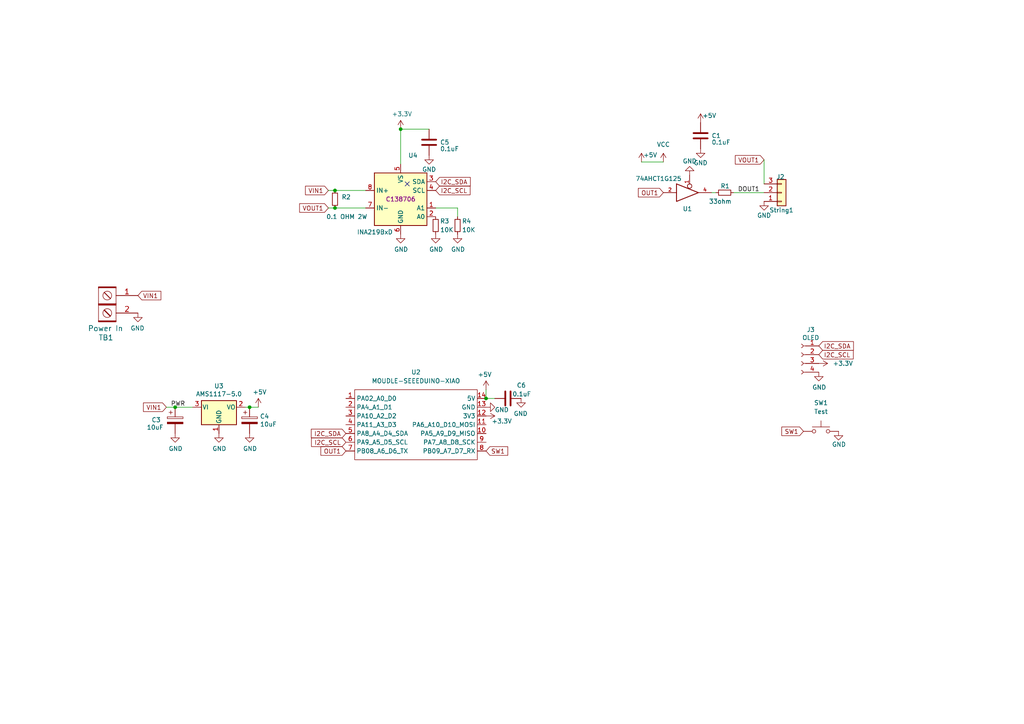
<source format=kicad_sch>
(kicad_sch (version 20231120) (generator "eeschema") (generator_version "8.0")
  (paper "A4")
  (title_block (title "RP2040 Count") (date "2024-02-11") (rev "v2"))
  (lib_symbols
    (symbol "74xGxx:74AHCT1G125" (pin_names (offset 1.016))
      (property "Reference" "U" (at -2.54 3.81 0))
      (property "Value" "74AHCT1G125" (at 0 -3.81 0))
      (symbol "74AHCT1G125_0_1"
        (polyline (pts (xy -3.81 2.54) (xy -3.81 -2.54) (xy 2.54 0) (xy -3.81 2.54)) (stroke (width 0.254)))
      )
      (symbol "74AHCT1G125_1_1"
        (pin input inverted (at 0 5.08 270) (length 3.81) (name "~") (number "1"))
        (pin input line (at -7.62 0 0) (length 3.81) (name "~") (number "2"))
        (pin power_in line (at 1.27 -1.27 270) (length 0) hide (name "GND") (number "3"))
        (pin tri_state line (at 6.35 0 180) (length 3.81) (name "~") (number "4"))
        (pin power_in line (at 1.27 1.27 90) (length 0) hide (name "VCC") (number "5"))
      )
    )
    (symbol "Barrier_Blocks:BARRIER_BLOCK_1ROW_2POS" (pin_names (offset 1.016) hide)
      (property "Reference" "TB" (at 0.127 -6.731 0))
      (property "Value" "Barrier_Blocks_BARRIER_BLOCK_1ROW_2POS" (at 0.254 6.35 0))
      (symbol "BARRIER_BLOCK_1ROW_2POS_0_1"
        (rectangle (start -2.54 5.08) (end 2.54 -5.08))
        (circle (center 0 -2.54) (radius 1.27))
        (polyline (pts (xy -2.54 -4.699) (xy -2.54 -5.08) (xy 2.54 -5.08) (xy 2.54 -4.699)) (fill (type outline)))
        (polyline (pts (xy -2.54 0.254) (xy -2.54 -0.254) (xy 2.54 -0.254) (xy 2.54 0.254)) (fill (type outline)))
        (polyline (pts (xy -2.54 4.699) (xy -2.54 5.08) (xy 2.54 5.08) (xy 2.54 4.699)) (fill (type outline)))
        (polyline (pts (xy -0.8382 -3.5052) (xy -0.9652 -3.3782) (xy 0.8128 -1.6002) (xy 0.9652 -1.7018) (xy -0.8382 -3.5052)) (fill (type outline)))
        (polyline (pts (xy -0.8382 1.5748) (xy -0.9652 1.6764) (xy -0.0508 2.5908) (xy 0.8382 3.4798) (xy 0.9652 3.3528) (xy 0.9652 3.3528)) (fill (type outline)))
        (circle (center 0 2.54) (radius 1.27))
      )
      (symbol "BARRIER_BLOCK_1ROW_2POS_1_1"
        (pin passive line (at -8.89 2.54 0) (length 6.35) (name "P1") (number "1"))
        (pin passive line (at -8.89 -2.54 0) (length 6.35) (name "P2") (number "2"))
      )
    )
    (symbol "Connector:Conn_01x04_Female" (pin_names (offset 1.016) hide)
      (property "Reference" "J" (at 0 5.08 0))
      (property "Value" "Conn_01x04_Female" (at 0 -7.62 0))
      (symbol "Conn_01x04_Female_1_1"
        (arc (start 0 -4.572) (mid -0.5058 -5.08) (end 0 -5.588) (stroke (width 0.1524)))
        (arc (start 0 -2.032) (mid -0.5058 -2.54) (end 0 -3.048) (stroke (width 0.1524)))
        (polyline (pts (xy -1.27 -5.08) (xy -0.508 -5.08)) (stroke (width 0.1524)))
        (polyline (pts (xy -1.27 -2.54) (xy -0.508 -2.54)) (stroke (width 0.1524)))
        (polyline (pts (xy -1.27 0) (xy -0.508 0)) (stroke (width 0.1524)))
        (polyline (pts (xy -1.27 2.54) (xy -0.508 2.54)) (stroke (width 0.1524)))
        (arc (start 0 0.508) (mid -0.5058 0) (end 0 -0.508) (stroke (width 0.1524)))
        (arc (start 0 3.048) (mid -0.5058 2.54) (end 0 2.032) (stroke (width 0.1524)))
        (pin passive line (at -5.08 2.54 0) (length 3.81) (name "Pin_1") (number "1"))
        (pin passive line (at -5.08 0 0) (length 3.81) (name "Pin_2") (number "2"))
        (pin passive line (at -5.08 -2.54 0) (length 3.81) (name "Pin_3") (number "3"))
        (pin passive line (at -5.08 -5.08 0) (length 3.81) (name "Pin_4") (number "4"))
      )
    )
    (symbol "Connector_Generic:Conn_01x03" (pin_names (offset 1.016) hide)
      (property "Reference" "J" (at 0 5.08 0))
      (property "Value" "Conn_01x03" (at 0 -5.08 0))
      (symbol "Conn_01x03_1_1"
        (rectangle (start -1.27 -2.413) (end 0 -2.667) (stroke (width 0.1524)))
        (rectangle (start -1.27 0.127) (end 0 -0.127) (stroke (width 0.1524)))
        (rectangle (start -1.27 2.667) (end 0 2.413) (stroke (width 0.1524)))
        (rectangle (start -1.27 3.81) (end 1.27 -3.81) (stroke (width 0.254)) (fill (type background)))
        (pin passive line (at -5.08 2.54 0) (length 3.81) (name "Pin_1") (number "1"))
        (pin passive line (at -5.08 0 0) (length 3.81) (name "Pin_2") (number "2"))
        (pin passive line (at -5.08 -2.54 0) (length 3.81) (name "Pin_3") (number "3"))
      )
    )
    (symbol "Device:C" (pin_numbers hide) (pin_names (offset 0.254))
      (property "Reference" "C" (at 0.635 2.54 0))
      (property "Value" "C" (at 0.635 -2.54 0))
      (symbol "C_0_1"
        (polyline (pts (xy -2.032 -0.762) (xy 2.032 -0.762)) (stroke (width 0.508)))
        (polyline (pts (xy -2.032 0.762) (xy 2.032 0.762)) (stroke (width 0.508)))
      )
      (symbol "C_1_1"
        (pin passive line (at 0 3.81 270) (length 2.794) (name "~") (number "1"))
        (pin passive line (at 0 -3.81 90) (length 2.794) (name "~") (number "2"))
      )
    )
    (symbol "Device:CP" (pin_numbers hide) (pin_names (offset 0.254))
      (property "Reference" "C" (at 0.635 2.54 0))
      (property "Value" "Device_CP" (at 0.635 -2.54 0))
      (symbol "CP_0_1"
        (rectangle (start -2.286 0.508) (end 2.286 1.016))
        (polyline (pts (xy -1.778 2.286) (xy -0.762 2.286)))
        (polyline (pts (xy -1.27 2.794) (xy -1.27 1.778)))
        (rectangle (start 2.286 -0.508) (end -2.286 -1.016) (fill (type outline)))
      )
      (symbol "CP_1_1"
        (pin passive line (at 0 3.81 270) (length 2.794) (name "~") (number "1"))
        (pin passive line (at 0 -3.81 90) (length 2.794) (name "~") (number "2"))
      )
    )
    (symbol "Device:R_Small" (pin_numbers hide) (pin_names (offset 0.254) hide)
      (property "Reference" "R" (at 0.762 0.508 0))
      (property "Value" "R_Small" (at 0.762 -1.016 0))
      (symbol "R_Small_0_1"
        (rectangle (start -0.762 1.778) (end 0.762 -1.778) (stroke (width 0.2032)))
      )
      (symbol "R_Small_1_1"
        (pin passive line (at 0 2.54 270) (length 0.762) (name "~") (number "1"))
        (pin passive line (at 0 -2.54 90) (length 0.762) (name "~") (number "2"))
      )
    )
    (symbol "MOUDLE-SEEEDUINO-XIAO:MOUDLE-SEEEDUINO-XIAO"
      (property "Reference" "U" (at -16.51 11.43 0))
      (property "Value" "MOUDLE-SEEEDUINO-XIAO" (at -3.81 -11.43 0))
      (symbol "MOUDLE-SEEEDUINO-XIAO_0_1"
        (rectangle (start -16.51 10.16) (end 19.05 -10.16))
      )
      (symbol "MOUDLE-SEEEDUINO-XIAO_1_1"
        (pin passive line (at -19.05 7.62 0) (length 2.54) (name "PA02_A0_D0") (number "1"))
        (pin passive line (at 21.59 -2.54 180) (length 2.54) (name "PA5_A9_D9_MISO") (number "10"))
        (pin passive line (at 21.59 0 180) (length 2.54) (name "PA6_A10_D10_MOSI") (number "11"))
        (pin passive line (at 21.59 2.54 180) (length 2.54) (name "3V3") (number "12"))
        (pin passive line (at 21.59 5.08 180) (length 2.54) (name "GND") (number "13"))
        (pin passive line (at 21.59 7.62 180) (length 2.54) (name "5V") (number "14"))
        (pin passive line (at -19.05 5.08 0) (length 2.54) (name "PA4_A1_D1") (number "2"))
        (pin passive line (at -19.05 2.54 0) (length 2.54) (name "PA10_A2_D2") (number "3"))
        (pin passive line (at -19.05 0 0) (length 2.54) (name "PA11_A3_D3") (number "4"))
        (pin passive line (at -19.05 -2.54 0) (length 2.54) (name "PA8_A4_D4_SDA") (number "5"))
        (pin passive line (at -19.05 -5.08 0) (length 2.54) (name "PA9_A5_D5_SCL") (number "6"))
        (pin passive line (at -19.05 -7.62 0) (length 2.54) (name "PB08_A6_D6_TX") (number "7"))
        (pin passive line (at 21.59 -7.62 180) (length 2.54) (name "PB09_A7_D7_RX") (number "8"))
        (pin passive line (at 21.59 -5.08 180) (length 2.54) (name "PA7_A8_D8_SCK") (number "9"))
      )
    )
    (symbol "Regulator_Linear:AMS1117-5.0" (pin_names (offset 0.254))
      (property "Reference" "U" (at -3.81 3.175 0))
      (property "Value" "AMS1117-5.0" (at 0 3.175 0))
      (symbol "AMS1117-5.0_0_1"
        (rectangle (start -5.08 -5.08) (end 5.08 1.905) (stroke (width 0.254)) (fill (type background)))
      )
      (symbol "AMS1117-5.0_1_1"
        (pin power_in line (at 0 -7.62 90) (length 2.54) (name "GND") (number "1"))
        (pin power_out line (at 7.62 0 180) (length 2.54) (name "VO") (number "2"))
        (pin power_in line (at -7.62 0 0) (length 2.54) (name "VI") (number "3"))
      )
    )
    (symbol "Sensor_Energy:INA219BxD"
      (property "Reference" "U" (at -6.35 8.89 0))
      (property "Value" "INA219BxD" (at 5.08 8.89 0))
      (symbol "INA219BxD_0_1"
        (rectangle (start -7.62 7.62) (end 7.62 -7.62) (stroke (width 0.254)) (fill (type background)))
      )
      (symbol "INA219BxD_1_1"
        (pin input line (at 10.16 -2.54 180) (length 2.54) (name "A1") (number "1"))
        (pin input line (at 10.16 -5.08 180) (length 2.54) (name "A0") (number "2"))
        (pin bidirectional line (at 10.16 5.08 180) (length 2.54) (name "SDA") (number "3"))
        (pin input line (at 10.16 2.54 180) (length 2.54) (name "SCL") (number "4"))
        (pin power_in line (at 0 10.16 270) (length 2.54) (name "VS") (number "5"))
        (pin power_in line (at 0 -10.16 90) (length 2.54) (name "GND") (number "6"))
        (pin input line (at -10.16 -2.54 0) (length 2.54) (name "IN-") (number "7"))
        (pin input line (at -10.16 2.54 0) (length 2.54) (name "IN+") (number "8"))
      )
    )
    (symbol "Switch:SW_Push" (pin_numbers hide) (pin_names (offset 1.016) hide)
      (property "Reference" "SW" (at 1.27 2.54 0))
      (property "Value" "SW_Push" (at 0 -1.524 0))
      (symbol "SW_Push_0_1"
        (circle (center -2.032 0) (radius 0.508))
        (polyline (pts (xy 0 1.27) (xy 0 3.048)))
        (polyline (pts (xy 2.54 1.27) (xy -2.54 1.27)))
        (circle (center 2.032 0) (radius 0.508))
        (pin passive line (at -5.08 0 0) (length 2.54) (name "1") (number "1"))
        (pin passive line (at 5.08 0 180) (length 2.54) (name "2") (number "2"))
      )
    )
    (symbol "power:+3.3V" (power) (pin_names (offset 0))
      (property "Value" "+3.3V" (at 0 3.556 0))
      (symbol "+3.3V_0_1"
        (polyline (pts (xy -0.762 1.27) (xy 0 2.54)))
        (polyline (pts (xy 0 0) (xy 0 2.54)))
        (polyline (pts (xy 0 2.54) (xy 0.762 1.27)))
      )
      (symbol "+3.3V_1_1"
        (pin power_in line (at 0 0 90) (length 0) hide (name "+3.3V") (number "1"))
      )
    )
    (symbol "power:+5V" (power) (pin_names (offset 0))
      (property "Value" "+5V" (at 0 3.556 0))
      (symbol "+5V_0_1"
        (polyline (pts (xy -0.762 1.27) (xy 0 2.54)))
        (polyline (pts (xy 0 0) (xy 0 2.54)))
        (polyline (pts (xy 0 2.54) (xy 0.762 1.27)))
      )
      (symbol "+5V_1_1"
        (pin power_in line (at 0 0 90) (length 0) hide (name "+5V") (number "1"))
      )
    )
    (symbol "power:GND" (power) (pin_names (offset 0))
      (property "Value" "GND" (at 0 -3.81 0))
      (symbol "GND_0_1"
        (polyline (pts (xy 0 0) (xy 0 -1.27) (xy 1.27 -1.27) (xy 0 -2.54) (xy -1.27 -1.27) (xy 0 -1.27)))
      )
      (symbol "GND_1_1"
        (pin power_in line (at 0 0 270) (length 0) hide (name "GND") (number "1"))
      )
    )
    (symbol "power:VCC" (power) (pin_names (offset 0))
      (property "Value" "VCC" (at 0 3.81 0))
      (symbol "VCC_0_1"
        (polyline (pts (xy -0.762 1.27) (xy 0 2.54)))
        (polyline (pts (xy 0 0) (xy 0 2.54)))
        (polyline (pts (xy 0 2.54) (xy 0.762 1.27)))
      )
      (symbol "VCC_1_1"
        (pin power_in line (at 0 0 90) (length 0) hide (name "VCC") (number "1"))
      )
    )
  )
  (junction (at 50.8 118.11))
  (junction (at 97.155 55.245))
  (junction (at 116.205 37.465))
  (junction (at 140.97 115.57))
  (junction (at 97.155 60.325))
  (junction (at 72.39 118.11))
  (no_connect (at 118.11 53.34))
  (wire (pts (xy 140.97 113.03) (xy 140.97 115.57)))
  (wire (pts (xy 143.51 115.57) (xy 140.97 115.57)))
  (wire (pts (xy 116.205 37.465) (xy 116.205 47.625)))
  (wire (pts (xy 206.375 55.88) (xy 207.645 55.88)))
  (wire (pts (xy 97.155 60.325) (xy 106.045 60.325)))
  (wire (pts (xy 116.205 37.465) (xy 124.46 37.465)))
  (wire (pts (xy 71.12 118.11) (xy 72.39 118.11)))
  (wire (pts (xy 126.365 60.325) (xy 132.715 60.325)))
  (wire (pts (xy 212.725 55.88) (xy 221.615 55.88)))
  (wire (pts (xy 97.155 55.245) (xy 106.045 55.245)))
  (wire (pts (xy 132.715 60.325) (xy 132.715 62.865)))
  (wire (pts (xy 186.055 46.99) (xy 192.405 46.99)))
  (wire (pts (xy 72.39 118.11) (xy 74.93 118.11)))
  (wire (pts (xy 95.25 55.245) (xy 97.155 55.245)))
  (wire (pts (xy 55.88 118.11) (xy 50.8 118.11)))
  (wire (pts (xy 95.25 60.325) (xy 97.155 60.325)))
  (wire (pts (xy 221.615 46.355) (xy 221.615 53.34)))
  (wire (pts (xy 50.8 118.11) (xy 48.26 118.11)))
  (label "DOUT1" (at 213.995 55.88 0))
  (label "PWR" (at 49.53 118.11 0))
  (global_label "VIN1" (shape input) (at 40.005 85.725 0) (property "Intersheetrefs" "${INTERSHEET_REFS}" (effects (hide yes))))
  (global_label "VIN1" (shape input) (at 95.25 55.245 180) (property "Intersheetrefs" "${INTERSHEET_REFS}" (effects (hide yes))))
  (global_label "VIN1" (shape input) (at 48.26 118.11 180) (property "Intersheetrefs" "${INTERSHEET_REFS}" (effects (hide yes))))
  (global_label "I2C_SCL" (shape input) (at 237.49 102.87 0) (property "Intersheetrefs" "${INTERSHEET_REFS}" (effects (hide yes))))
  (global_label "SW1" (shape input) (at 233.045 125.095 180) (property "Intersheetrefs" "${INTERSHEET_REFS}" (effects (hide yes))))
  (global_label "I2C_SCL" (shape input) (at 126.365 55.245 0) (property "Intersheetrefs" "${INTERSHEET_REFS}" (effects (hide yes))))
  (global_label "VOUT1" (shape input) (at 221.615 46.355 180) (property "Intersheetrefs" "${INTERSHEET_REFS}" (effects (hide yes))))
  (global_label "OUT1" (shape input) (at 100.33 130.81 180) (property "Intersheetrefs" "${INTERSHEET_REFS}" (effects (hide yes))))
  (global_label "I2C_SDA" (shape input) (at 126.365 52.705 0) (property "Intersheetrefs" "${INTERSHEET_REFS}" (effects (hide yes))))
  (global_label "OUT1" (shape input) (at 192.405 55.88 180) (property "Intersheetrefs" "${INTERSHEET_REFS}" (effects (hide yes))))
  (global_label "SW1" (shape input) (at 140.97 130.81 0) (property "Intersheetrefs" "${INTERSHEET_REFS}" (effects (hide yes))))
  (global_label "I2C_SDA" (shape input) (at 237.49 100.33 0) (property "Intersheetrefs" "${INTERSHEET_REFS}" (effects (hide yes))))
  (global_label "I2C_SDA" (shape input) (at 100.33 125.73 180) (property "Intersheetrefs" "${INTERSHEET_REFS}" (effects (hide yes))))
  (global_label "VOUT1" (shape input) (at 95.25 60.325 180) (property "Intersheetrefs" "${INTERSHEET_REFS}" (effects (hide yes))))
  (global_label "I2C_SCL" (shape input) (at 100.33 128.27 180) (property "Intersheetrefs" "${INTERSHEET_REFS}" (effects (hide yes))))
  (symbol (lib_id "power:GND") (at 221.615 58.42 0) (unit 1)
    (property "Reference" "#PWR08" (effects (hide yes)))
    (property "Value" "GND" (at 221.615 62.484 0))
  )
  (symbol (lib_id "Device:C") (at 124.46 41.275 0) (unit 1)
    (property "Reference" "C5" (at 127.635 41.275 0) (effects (justify left)))
    (property "Value" "0.1uF" (at 127.635 43.18 0) (effects (justify left)))
    (property "Footprint" "Capacitor_SMD:C_0603_1608Metric_Pad1.08x0.95mm_HandSolder" (effects (hide yes)))
    (property "LCSC" "C14663" (effects (hide yes)))
    (property "LCSC_PN" "C14663" (effects (hide yes)))
    (property "Digi-Key_PN" "1276-1005-1-ND" (effects (hide yes)))
    (property "MPN" "CL10B104KO8NNNC" (effects (hide yes)))
  )
  (symbol (lib_id "Device:R_Small") (at 126.365 65.405 0) (unit 1)
    (property "Reference" "R3" (at 127.635 64.135 0) (effects (justify left)))
    (property "Value" "10K" (at 127.635 66.675 0) (effects (justify left)))
    (property "Footprint" "Resistor_SMD:R_0603_1608Metric_Pad0.98x0.95mm_HandSolder" (effects (hide yes)))
    (property "Digi-Key_PN" "311-10.0KHRCT-ND" (effects (hide yes)))
    (property "LCSC" "C25804" (effects (hide yes)))
    (property "MPN" "RC0603FR-0710KL" (effects (hide yes)))
  )
  (symbol (lib_id "power:+5V") (at 140.97 113.03 0) (mirror y) (unit 1)
    (property "Reference" "#PWR024" (effects (hide yes)))
    (property "Value" "+5V" (at 140.589 108.6358 0))
  )
  (symbol (lib_id "power:GND") (at 116.205 67.945 0) (unit 1)
    (property "Reference" "#PWR023" (effects (hide yes)))
    (property "Value" "GND" (at 116.332 72.3392 0))
  )
  (symbol (lib_id "Device:C") (at 147.32 115.57 270) (mirror x) (unit 1)
    (property "Reference" "C6" (at 149.86 111.76 90) (effects (justify left)))
    (property "Value" "0.1uF" (at 148.59 114.3 90) (effects (justify left)))
    (property "Footprint" "Capacitor_SMD:C_0603_1608Metric_Pad1.08x0.95mm_HandSolder" (effects (hide yes)))
    (property "Digi-Key_PN" "1276-1005-1-ND" (effects (hide yes)))
    (property "LCSC" "C14663" (effects (hide yes)))
    (property "LCSC_PN" "C14663" (effects (hide yes)))
    (property "MPN" "CL10B104KO8NNNC" (effects (hide yes)))
  )
  (symbol (lib_id "power:GND") (at 237.49 107.95 0) (unit 1)
    (property "Reference" "#PWR010" (effects (hide yes)))
    (property "Value" "GND" (at 237.617 112.3442 0))
  )
  (symbol (lib_id "power:GND") (at 140.97 118.11 90) (unit 1)
    (property "Reference" "#PWR013" (effects (hide yes)))
    (property "Value" "GND" (at 145.542 118.872 90))
  )
  (symbol (lib_id "power:GND") (at 124.46 45.085 0) (unit 1)
    (property "Reference" "#PWR026" (effects (hide yes)))
    (property "Value" "GND" (at 124.46 49.149 0))
  )
  (symbol (lib_id "power:VCC") (at 192.405 46.99 0) (unit 1)
    (property "Reference" "#PWR04" (effects (hide yes)))
    (property "Value" "VCC" (at 192.405 41.91 0))
  )
  (symbol (lib_id "74xGxx:74AHCT1G125") (at 200.025 55.88 0) (unit 1)
    (property "Reference" "U1" (at 199.39 60.5695 0))
    (property "Value" "74AHCT1G125" (at 191.008 51.816 0))
    (property "Footprint" "Package_SO:TSOP-5_1.65x3.05mm_P0.95mm" (effects (hide yes)))
    (property "Datasheet" "http://www.ti.com/lit/sg/scyt129e/scyt129e.pdf" (effects (hide yes)))
    (property "Digi-Key_PN" "74AHCT1G125W5-7DICT-ND" (effects (hide yes)))
    (property "LCSC_PN" "C7484" (effects (hide yes)))
    (property "MPN" "74AHCT1G125W5-7" (effects (hide yes)))
    (property "LCSC" "C7484" (effects (hide yes)))
  )
  (symbol (lib_id "Device:R_Small") (at 132.715 65.405 0) (unit 1)
    (property "Reference" "R4" (at 133.985 64.135 0) (effects (justify left)))
    (property "Value" "10K" (at 133.985 66.675 0) (effects (justify left)))
    (property "Footprint" "Resistor_SMD:R_0603_1608Metric_Pad0.98x0.95mm_HandSolder" (effects (hide yes)))
    (property "Digi-Key_PN" "311-10.0KHRCT-ND" (effects (hide yes)))
    (property "LCSC" "C25804" (effects (hide yes)))
    (property "MPN" "RC0603FR-0710KL" (effects (hide yes)))
  )
  (symbol (lib_id "power:+5V") (at 203.2 35.56 0) (unit 1)
    (property "Reference" "#PWR01" (effects (hide yes)))
    (property "Value" "+5V" (at 205.74 33.528 0))
  )
  (symbol (lib_id "power:GND") (at 72.39 125.73 0) (unit 1)
    (property "Reference" "#PWR017" (effects (hide yes)))
    (property "Value" "GND" (at 72.517 130.1242 0))
  )
  (symbol (lib_id "Connector:Conn_01x04_Female") (at 232.41 102.87 0) (mirror y) (unit 1)
    (property "Reference" "J3" (at 235.1532 95.631 0))
    (property "Value" "OLED" (at 235.1532 97.9424 0))
    (property "Footprint" "Scotts:OLED-SSD1306-128X64-I2C-THT_SCOTT2" (effects (hide yes)))
    (property "Datasheet" "https://www.amazon.com/dp/B06XRBTBTB/ref=sspa_dk_detail_0" (effects (hide yes)))
  )
  (symbol (lib_id "power:GND") (at 50.8 125.73 0) (unit 1)
    (property "Reference" "#PWR015" (effects (hide yes)))
    (property "Value" "GND" (at 50.927 130.1242 0))
  )
  (symbol (lib_id "power:GND") (at 243.205 125.095 0) (unit 1)
    (property "Reference" "#PWR011" (effects (hide yes)))
    (property "Value" "GND" (at 243.332 128.905 0))
  )
  (symbol (lib_id "Barrier_Blocks:BARRIER_BLOCK_1ROW_2POS") (at 31.115 88.265 0) (mirror y) (unit 1)
    (property "Reference" "TB1" (at 30.734 97.917 0) (effects (font (size 1.524 1.524))))
    (property "Value" "Power In" (at 30.607 95.25 0) (effects (font (size 1.524 1.524))))
    (property "Footprint" "Connector_Phoenix_MC:PhoenixContact_MCV_1,5_2-G-3.81_1x02_P3.81mm_Vertical" (effects (hide yes)))
    (property "Digi-Key_PN" "A98472-ND" (effects (hide yes)))
    (property "MPN" "4DB-P108-02" (effects (hide yes)))
  )
  (symbol (lib_id "Switch:SW_Push") (at 238.125 125.095 0) (unit 1)
    (property "Reference" "SW1" (at 238.125 116.84 0))
    (property "Value" "Test" (at 238.125 119.38 0))
    (property "Footprint" "Button_Switch_THT:SW_PUSH_6mm" (effects (hide yes)))
    (property "LCSC" "C2834918" (effects (hide yes)))
    (property "Digi-Key_PN" "CKN10880CT-ND" (effects (hide yes)))
    (property "MPN" "PTS645SL43SMTR92 LFS" (effects (hide yes)))
  )
  (symbol (lib_id "power:GND") (at 200.025 50.8 180) (unit 1)
    (property "Reference" "#PWR06" (effects (hide yes)))
    (property "Value" "GND" (at 200.025 46.736 0))
  )
  (symbol (lib_id "power:GND") (at 40.005 90.805 0) (mirror y) (unit 1)
    (property "Reference" "#PWR012" (effects (hide yes)))
    (property "Value" "GND" (at 39.878 95.1992 0))
  )
  (symbol (lib_id "MOUDLE-SEEEDUINO-XIAO:MOUDLE-SEEEDUINO-XIAO") (at 119.38 123.19 0) (unit 1)
    (property "Reference" "U2" (at 120.65 107.95 0))
    (property "Value" "MOUDLE-SEEEDUINO-XIAO" (at 120.65 110.49 0))
    (property "Footprint" "XIAO_PCB:MOUDLE14P-2.54-21X17.8MM_scott" (effects (hide yes)))
    (property "Digi-Key_PN" "1597-102010428-ND" (effects (hide yes)))
    (property "MPN" "102010428" (effects (hide yes)))
  )
  (symbol (lib_id "power:GND") (at 151.13 115.57 0) (mirror y) (unit 1)
    (property "Reference" "#PWR025" (effects (hide yes)))
    (property "Value" "GND" (at 151.003 119.9642 0))
  )
  (symbol (lib_id "power:+3.3V") (at 140.97 120.65 270) (unit 1)
    (property "Reference" "#PWR07" (effects (hide yes)))
    (property "Value" "+3.3V" (at 145.542 122.174 90))
  )
  (symbol (lib_id "power:GND") (at 63.5 125.73 0) (unit 1)
    (property "Reference" "#PWR016" (effects (hide yes)))
    (property "Value" "GND" (at 63.627 130.1242 0))
  )
  (symbol (lib_id "power:+3.3V") (at 237.49 105.41 270) (unit 1)
    (property "Reference" "#PWR09" (effects (hide yes)))
    (property "Value" "+3.3V" (at 244.475 105.41 90))
  )
  (symbol (lib_id "power:GND") (at 132.715 67.945 0) (unit 1)
    (property "Reference" "#PWR021" (effects (hide yes)))
    (property "Value" "GND" (at 132.842 72.3392 0))
  )
  (symbol (lib_id "Regulator_Linear:AMS1117-5.0") (at 63.5 118.11 0) (unit 1)
    (property "Reference" "U3" (at 63.5 111.9632 0))
    (property "Value" "AMS1117-5.0" (at 63.5 114.2746 0))
    (property "Footprint" "Package_TO_SOT_SMD:SOT-223-3_TabPin2" (effects (hide yes)))
    (property "Datasheet" "http://www.advanced-monolithic.com/pdf/ds1117.pdf" (effects (hide yes)))
    (property "LCSC_PN" "C6187" (effects (hide yes)))
    (property "Digi-Key_PN" "488-LM1117MPX-50NOPBCT-ND" (effects (hide yes)))
    (property "MPN" "LM1117MPX-50NOPB" (effects (hide yes)))
    (property "LCSC" "C6187" (effects (hide yes)))
  )
  (symbol (lib_id "Device:R_Small") (at 210.185 55.88 270) (unit 1)
    (property "Reference" "R1" (at 210.312 53.975 90))
    (property "Value" "33ohm" (at 208.915 58.42 90))
    (property "Footprint" "Resistor_SMD:R_0603_1608Metric_Pad0.98x0.95mm_HandSolder" (effects (hide yes)))
    (property "LCSC_PN" "C23140" (effects (hide yes)))
    (property "Digi-Key_PN" "311-33GRCT-ND" (effects (hide yes)))
    (property "MPN" "RC0603JR-0733RL" (effects (hide yes)))
    (property "LCSC" "C23140" (effects (hide yes)))
  )
  (symbol (lib_id "power:+5V") (at 186.055 46.99 0) (unit 1)
    (property "Reference" "#PWR03" (effects (hide yes)))
    (property "Value" "+5V" (at 188.595 44.958 0))
  )
  (symbol (lib_id "Device:C") (at 203.2 39.37 0) (unit 1)
    (property "Reference" "C1" (at 206.375 39.37 0) (effects (justify left)))
    (property "Value" "0.1uF" (at 206.375 41.275 0) (effects (justify left)))
    (property "Footprint" "Capacitor_SMD:C_0603_1608Metric_Pad1.08x0.95mm_HandSolder" (effects (hide yes)))
    (property "LCSC" "C14663" (effects (hide yes)))
    (property "LCSC_PN" "C14663" (effects (hide yes)))
    (property "Digi-Key_PN" "1276-1005-1-ND" (effects (hide yes)))
    (property "MPN" "CL10B104KO8NNNC" (effects (hide yes)))
  )
  (symbol (lib_id "Sensor_Energy:INA219BxD") (at 116.205 57.785 0) (unit 1)
    (property "Reference" "U4" (at 118.3991 45.085 0) (effects (justify left)))
    (property "Value" "INA219BxD" (at 103.505 67.31 0) (effects (justify left)))
    (property "Footprint" "Package_SO:SOIC-8_3.9x4.9mm_P1.27mm" (effects (hide yes)))
    (property "Datasheet" "http://www.ti.com/lit/ds/symlink/ina219.pdf" (effects (hide yes)))
    (property "LCSC" "C138706" (at 116.205 57.785 0))
    (property "Digi-Key_PN" "296-27899-1-ND" (effects (hide yes)))
    (property "LCSC_PN" "C138706" (effects (hide yes)))
    (property "MPN" "INA219BIDR" (effects (hide yes)))
  )
  (symbol (lib_id "Device:CP") (at 50.8 121.92 0) (unit 1)
    (property "Reference" "C3" (at 43.942 121.793 0) (effects (justify left)))
    (property "Value" "10uF" (at 42.545 123.952 0) (effects (justify left)))
    (property "Footprint" "Capacitor_SMD:C_0805_2012Metric_Pad1.18x1.45mm_HandSolder" (effects (hide yes)))
    (property "Digi-Key_PN" "490-5523-1-ND" (effects (hide yes)))
    (property "MPN" "GRM21BR61E106KA73L" (effects (hide yes)))
    (property "LCSC_PN" "C15850" (effects (hide yes)))
    (property "LCSC" "C15850" (effects (hide yes)))
  )
  (symbol (lib_id "Device:R_Small") (at 97.155 57.785 0) (unit 1)
    (property "Reference" "R2" (at 99.06 57.15 0) (effects (justify left)))
    (property "Value" "0.1 OHM 2W" (at 94.615 62.865 0) (effects (justify left)))
    (property "Footprint" "Resistor_SMD:R_2512_6332Metric_Pad1.40x3.35mm_HandSolder" (effects (hide yes)))
    (property "Digi-Key_PN" "CSRN2512FTR100CT-ND" (effects (hide yes)))
    (property "LCSC" "C2903476" (effects (hide yes)))
    (property "MPN" "CSRN2512FTR100" (effects (hide yes)))
  )
  (symbol (lib_id "power:+5V") (at 74.93 118.11 0) (unit 1)
    (property "Reference" "#PWR014" (effects (hide yes)))
    (property "Value" "+5V" (at 75.311 113.7158 0))
  )
  (symbol (lib_id "power:GND") (at 126.365 67.945 0) (unit 1)
    (property "Reference" "#PWR022" (effects (hide yes)))
    (property "Value" "GND" (at 126.492 72.3392 0))
  )
  (symbol (lib_id "power:GND") (at 203.2 43.18 0) (unit 1)
    (property "Reference" "#PWR02" (effects (hide yes)))
    (property "Value" "GND" (at 203.2 47.244 0))
  )
  (symbol (lib_id "power:+3.3V") (at 116.205 37.465 0) (unit 1)
    (property "Reference" "#PWR05" (effects (hide yes)))
    (property "Value" "+3.3V" (at 116.586 33.0708 0))
  )
  (symbol (lib_id "Connector_Generic:Conn_01x03") (at 226.695 55.88 0) (mirror x) (unit 1)
    (property "Reference" "J2" (at 225.171 51.308 0) (effects (justify left)))
    (property "Value" "String1" (at 223.139 60.96 0) (effects (justify left)))
    (property "Footprint" "Scotts:PhoenixContact_MCV_3.81mm_3.5mm_1x03_Vertical" (effects (hide yes)))
    (property "Digi-Key_PN" "277-5737-ND/ED10555-ND" (effects (hide yes)))
    (property "MPN" "1843619/OSTTJ0311530" (effects (hide yes)))
  )
  (symbol (lib_id "Device:CP") (at 72.39 121.92 0) (unit 1)
    (property "Reference" "C4" (at 75.3872 120.7516 0) (effects (justify left)))
    (property "Value" "10uF" (at 75.3872 123.063 0) (effects (justify left)))
    (property "Footprint" "Capacitor_SMD:C_0805_2012Metric_Pad1.18x1.45mm_HandSolder" (effects (hide yes)))
    (property "Digi-Key_PN" "490-5523-1-ND" (effects (hide yes)))
    (property "MPN" "GRM21BR61E106KA73L" (effects (hide yes)))
    (property "LCSC_PN" "C15850" (effects (hide yes)))
    (property "LCSC" "C15850" (effects (hide yes)))
  )
)
</source>
